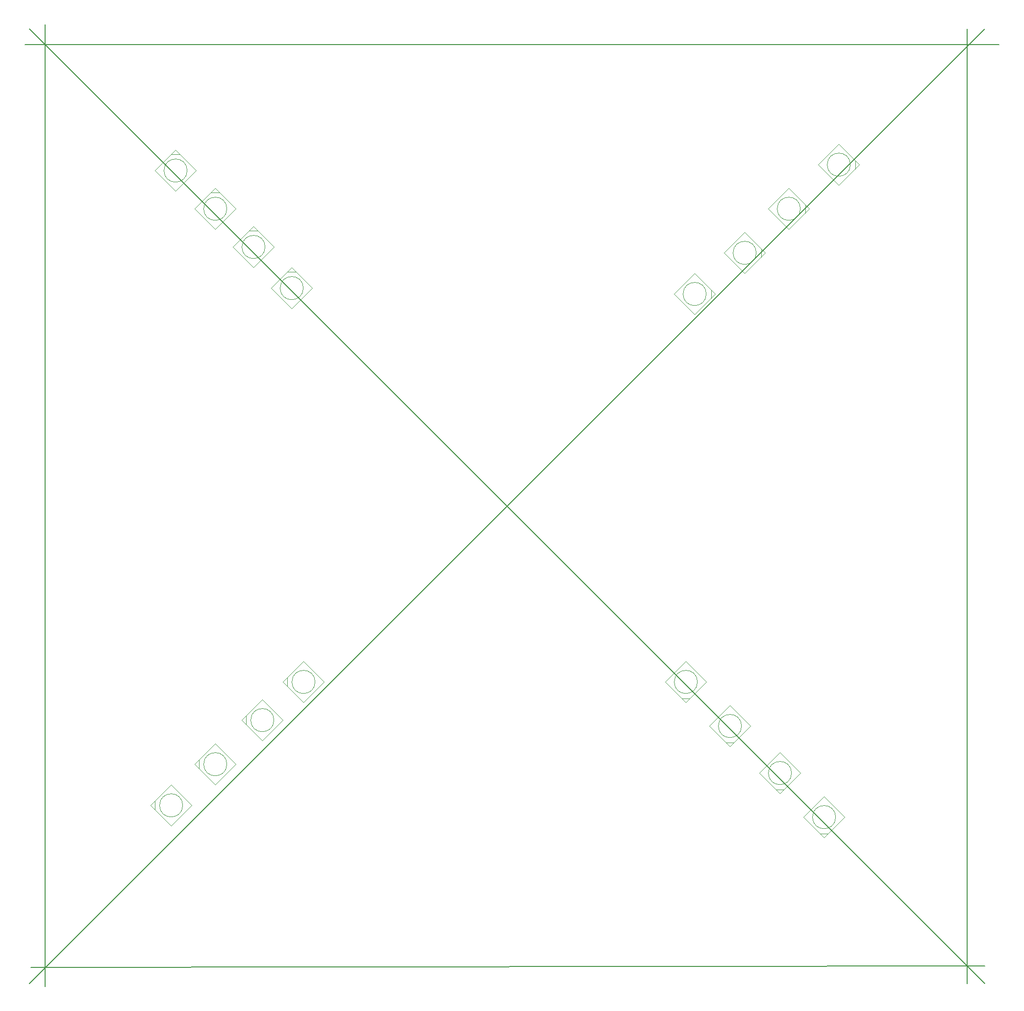
<source format=gbr>
G04 #@! TF.GenerationSoftware,KiCad,Pcbnew,(5.0.0-rc2-dev-26-g0d794b2)*
G04 #@! TF.CreationDate,2018-07-01T20:50:18-07:00*
G04 #@! TF.ProjectId,Skull_badge,536B756C6C5F62616467652E6B696361,rev?*
G04 #@! TF.SameCoordinates,Original*
G04 #@! TF.FileFunction,Drawing*
%FSLAX46Y46*%
G04 Gerber Fmt 4.6, Leading zero omitted, Abs format (unit mm)*
G04 Created by KiCad (PCBNEW (5.0.0-rc2-dev-26-g0d794b2)) date Sunday, July 01, 2018 at 08:50:18 PM*
%MOMM*%
%LPD*%
G01*
G04 APERTURE LIST*
%ADD10C,0.200000*%
%ADD11C,0.100000*%
G04 APERTURE END LIST*
D10*
X44250000Y-42750000D02*
X212500000Y-42750000D01*
X210000000Y-202000000D02*
X45250000Y-202250000D01*
X207000000Y-40000000D02*
X207000000Y-205000000D01*
X47750000Y-205500000D02*
X47750000Y-39250000D01*
X210000000Y-205000000D02*
X45000000Y-40000000D01*
X125000000Y-125000000D02*
X45000000Y-205000000D01*
X125000000Y-125000000D02*
X210000000Y-40000000D01*
D11*
X162750427Y-86533107D02*
X162750427Y-85118893D01*
X156386466Y-85826000D02*
X159922000Y-82290466D01*
X159922000Y-82290466D02*
X163457534Y-85826000D01*
X163457534Y-85826000D02*
X159922000Y-89361534D01*
X159922000Y-89361534D02*
X156386466Y-85826000D01*
X161922001Y-85826000D02*
G75*
G03X161922001Y-85826000I-2000001J0D01*
G01*
X70967107Y-61661573D02*
X69552893Y-61661573D01*
X70260000Y-68025534D02*
X66724466Y-64490000D01*
X66724466Y-64490000D02*
X70260000Y-60954466D01*
X70260000Y-60954466D02*
X73795534Y-64490000D01*
X73795534Y-64490000D02*
X70260000Y-68025534D01*
X72260001Y-64490000D02*
G75*
G03X72260001Y-64490000I-2000001J0D01*
G01*
X77825107Y-68265573D02*
X76410893Y-68265573D01*
X77118000Y-74629534D02*
X73582466Y-71094000D01*
X73582466Y-71094000D02*
X77118000Y-67558466D01*
X77118000Y-67558466D02*
X80653534Y-71094000D01*
X80653534Y-71094000D02*
X77118000Y-74629534D01*
X79118001Y-71094000D02*
G75*
G03X79118001Y-71094000I-2000001J0D01*
G01*
X84429107Y-74869573D02*
X83014893Y-74869573D01*
X83722000Y-81233534D02*
X80186466Y-77698000D01*
X80186466Y-77698000D02*
X83722000Y-74162466D01*
X83722000Y-74162466D02*
X87257534Y-77698000D01*
X87257534Y-77698000D02*
X83722000Y-81233534D01*
X85722001Y-77698000D02*
G75*
G03X85722001Y-77698000I-2000001J0D01*
G01*
X91033107Y-81981573D02*
X89618893Y-81981573D01*
X90326000Y-88345534D02*
X86790466Y-84810000D01*
X86790466Y-84810000D02*
X90326000Y-81274466D01*
X90326000Y-81274466D02*
X93861534Y-84810000D01*
X93861534Y-84810000D02*
X90326000Y-88345534D01*
X92326001Y-84810000D02*
G75*
G03X92326001Y-84810000I-2000001J0D01*
G01*
X187642427Y-64181107D02*
X187642427Y-62766893D01*
X181278466Y-63474000D02*
X184814000Y-59938466D01*
X184814000Y-59938466D02*
X188349534Y-63474000D01*
X188349534Y-63474000D02*
X184814000Y-67009534D01*
X184814000Y-67009534D02*
X181278466Y-63474000D01*
X186814001Y-63474000D02*
G75*
G03X186814001Y-63474000I-2000001J0D01*
G01*
X179006427Y-71801107D02*
X179006427Y-70386893D01*
X172642466Y-71094000D02*
X176178000Y-67558466D01*
X176178000Y-67558466D02*
X179713534Y-71094000D01*
X179713534Y-71094000D02*
X176178000Y-74629534D01*
X176178000Y-74629534D02*
X172642466Y-71094000D01*
X178178001Y-71094000D02*
G75*
G03X178178001Y-71094000I-2000001J0D01*
G01*
X171386427Y-79421107D02*
X171386427Y-78006893D01*
X165022466Y-78714000D02*
X168558000Y-75178466D01*
X168558000Y-75178466D02*
X172093534Y-78714000D01*
X172093534Y-78714000D02*
X168558000Y-82249534D01*
X168558000Y-82249534D02*
X165022466Y-78714000D01*
X170558001Y-78714000D02*
G75*
G03X170558001Y-78714000I-2000001J0D01*
G01*
X181566893Y-179078427D02*
X182981107Y-179078427D01*
X182274000Y-172714466D02*
X185809534Y-176250000D01*
X185809534Y-176250000D02*
X182274000Y-179785534D01*
X182274000Y-179785534D02*
X178738466Y-176250000D01*
X178738466Y-176250000D02*
X182274000Y-172714466D01*
X184274001Y-176250000D02*
G75*
G03X184274001Y-176250000I-2000001J0D01*
G01*
X173946893Y-171458427D02*
X175361107Y-171458427D01*
X174654000Y-165094466D02*
X178189534Y-168630000D01*
X178189534Y-168630000D02*
X174654000Y-172165534D01*
X174654000Y-172165534D02*
X171118466Y-168630000D01*
X171118466Y-168630000D02*
X174654000Y-165094466D01*
X176654001Y-168630000D02*
G75*
G03X176654001Y-168630000I-2000001J0D01*
G01*
X165310893Y-163330427D02*
X166725107Y-163330427D01*
X166018000Y-156966466D02*
X169553534Y-160502000D01*
X169553534Y-160502000D02*
X166018000Y-164037534D01*
X166018000Y-164037534D02*
X162482466Y-160502000D01*
X162482466Y-160502000D02*
X166018000Y-156966466D01*
X168018001Y-160502000D02*
G75*
G03X168018001Y-160502000I-2000001J0D01*
G01*
X157690893Y-155710427D02*
X159105107Y-155710427D01*
X158398000Y-149346466D02*
X161933534Y-152882000D01*
X161933534Y-152882000D02*
X158398000Y-156417534D01*
X158398000Y-156417534D02*
X154862466Y-152882000D01*
X154862466Y-152882000D02*
X158398000Y-149346466D01*
X160398001Y-152882000D02*
G75*
G03X160398001Y-152882000I-2000001J0D01*
G01*
X89529573Y-152174893D02*
X89529573Y-153589107D01*
X95893534Y-152882000D02*
X92358000Y-156417534D01*
X92358000Y-156417534D02*
X88822466Y-152882000D01*
X88822466Y-152882000D02*
X92358000Y-149346466D01*
X92358000Y-149346466D02*
X95893534Y-152882000D01*
X94358001Y-152882000D02*
G75*
G03X94358001Y-152882000I-2000001J0D01*
G01*
X82417573Y-158778893D02*
X82417573Y-160193107D01*
X88781534Y-159486000D02*
X85246000Y-163021534D01*
X85246000Y-163021534D02*
X81710466Y-159486000D01*
X81710466Y-159486000D02*
X85246000Y-155950466D01*
X85246000Y-155950466D02*
X88781534Y-159486000D01*
X87246001Y-159486000D02*
G75*
G03X87246001Y-159486000I-2000001J0D01*
G01*
X74289573Y-166398893D02*
X74289573Y-167813107D01*
X80653534Y-167106000D02*
X77118000Y-170641534D01*
X77118000Y-170641534D02*
X73582466Y-167106000D01*
X73582466Y-167106000D02*
X77118000Y-163570466D01*
X77118000Y-163570466D02*
X80653534Y-167106000D01*
X79118001Y-167106000D02*
G75*
G03X79118001Y-167106000I-2000001J0D01*
G01*
X66669573Y-173510893D02*
X66669573Y-174925107D01*
X73033534Y-174218000D02*
X69498000Y-177753534D01*
X69498000Y-177753534D02*
X65962466Y-174218000D01*
X65962466Y-174218000D02*
X69498000Y-170682466D01*
X69498000Y-170682466D02*
X73033534Y-174218000D01*
X71498001Y-174218000D02*
G75*
G03X71498001Y-174218000I-2000001J0D01*
G01*
M02*

</source>
